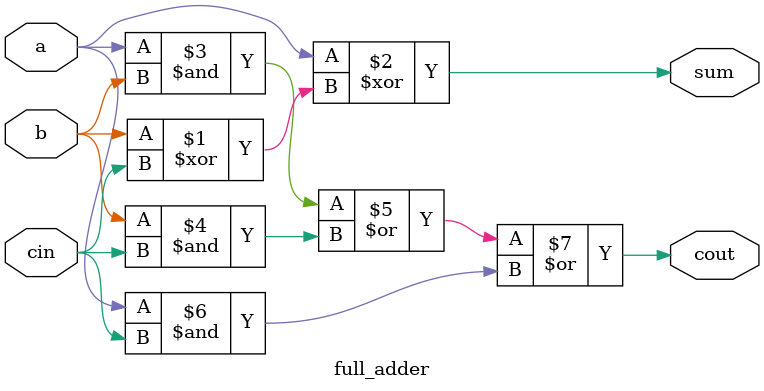
<source format=v>
`timescale 1ns / 1ps
module full_adder(
    input a,
    input b,
    input cin,
    output sum,
    output cout
    );

assign sum=a^(b^cin);
assign cout=a&b | b&cin | a&cin; 

endmodule

</source>
